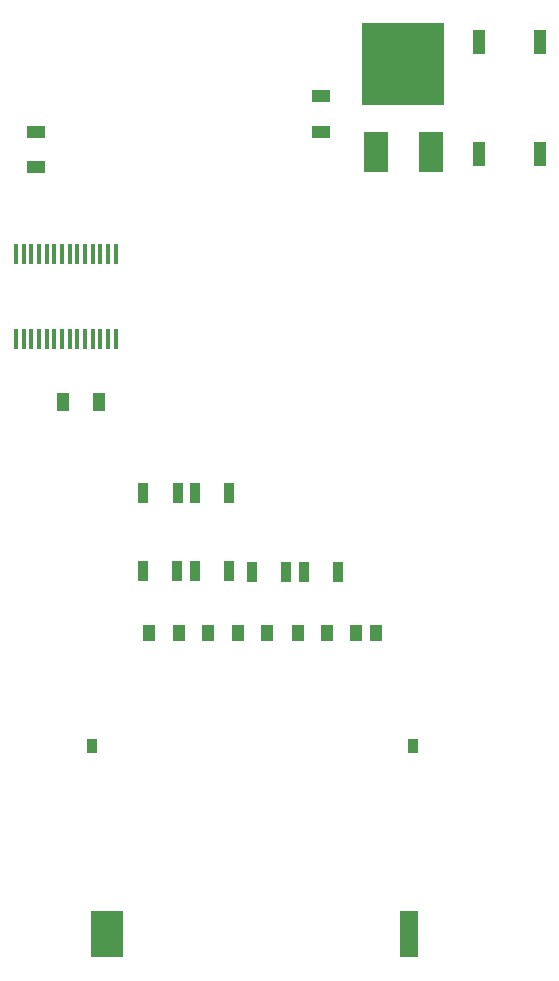
<source format=gbr>
G04 #@! TF.GenerationSoftware,KiCad,Pcbnew,(5.0.2)-1*
G04 #@! TF.CreationDate,2019-02-21T19:34:53+01:00*
G04 #@! TF.ProjectId,plyta_glowna,706c7974-615f-4676-9c6f-776e612e6b69,rev?*
G04 #@! TF.SameCoordinates,Original*
G04 #@! TF.FileFunction,Paste,Bot*
G04 #@! TF.FilePolarity,Positive*
%FSLAX46Y46*%
G04 Gerber Fmt 4.6, Leading zero omitted, Abs format (unit mm)*
G04 Created by KiCad (PCBNEW (5.0.2)-1) date 2019-02-21 19:34:53*
%MOMM*%
%LPD*%
G01*
G04 APERTURE LIST*
%ADD10R,1.100000X1.400000*%
%ADD11R,2.800000X4.000000*%
%ADD12R,1.500000X4.000000*%
%ADD13R,0.900000X1.200000*%
%ADD14R,1.600000X1.000000*%
%ADD15R,1.000000X1.600000*%
%ADD16R,1.000000X2.000000*%
%ADD17R,7.000000X7.000000*%
%ADD18R,2.000000X3.500000*%
%ADD19R,0.450000X1.750000*%
%ADD20R,0.900000X1.700000*%
G04 APERTURE END LIST*
D10*
G04 #@! TO.C,J4*
X116748000Y-117602000D03*
X119248000Y-117602000D03*
X121748000Y-117602000D03*
X124248000Y-117602000D03*
X126818000Y-117602000D03*
X129318000Y-117602000D03*
X131748000Y-117602000D03*
X133448000Y-117602000D03*
X114248000Y-117602000D03*
D11*
X110698000Y-143102000D03*
D12*
X136198000Y-143102000D03*
D13*
X136598000Y-127202000D03*
X109398000Y-127202000D03*
G04 #@! TD*
D14*
G04 #@! TO.C,C2*
X128778000Y-75184000D03*
X128778000Y-72184000D03*
G04 #@! TD*
D15*
G04 #@! TO.C,C5*
X109958000Y-98044000D03*
X106958000Y-98044000D03*
G04 #@! TD*
D14*
G04 #@! TO.C,C6*
X104648000Y-78184000D03*
X104648000Y-75184000D03*
G04 #@! TD*
D16*
G04 #@! TO.C,D2*
X147323320Y-77050240D03*
X142123320Y-77050240D03*
X147323320Y-67550240D03*
X142123320Y-67550240D03*
G04 #@! TD*
D17*
G04 #@! TO.C,U1*
X135763000Y-69469000D03*
D18*
X133483000Y-76869000D03*
X138063000Y-76869000D03*
G04 #@! TD*
D19*
G04 #@! TO.C,U3*
X111413000Y-85554000D03*
X110763000Y-85554000D03*
X110113000Y-85554000D03*
X109463000Y-85554000D03*
X108813000Y-85554000D03*
X108163000Y-85554000D03*
X107513000Y-85554000D03*
X106863000Y-85554000D03*
X106213000Y-85554000D03*
X105563000Y-85554000D03*
X104913000Y-85554000D03*
X104263000Y-85554000D03*
X103613000Y-85554000D03*
X102963000Y-85554000D03*
X102963000Y-92754000D03*
X103613000Y-92754000D03*
X104263000Y-92754000D03*
X104913000Y-92754000D03*
X105563000Y-92754000D03*
X106213000Y-92754000D03*
X106863000Y-92754000D03*
X107513000Y-92754000D03*
X108163000Y-92754000D03*
X108813000Y-92754000D03*
X109463000Y-92754000D03*
X110113000Y-92754000D03*
X110763000Y-92754000D03*
X111413000Y-92754000D03*
G04 #@! TD*
D20*
G04 #@! TO.C,10k1*
X118131000Y-105791000D03*
X121031000Y-105791000D03*
G04 #@! TD*
G04 #@! TO.C,10k2*
X118110000Y-112395000D03*
X121010000Y-112395000D03*
G04 #@! TD*
G04 #@! TO.C,10k3*
X127328000Y-112415994D03*
X130228000Y-112415994D03*
G04 #@! TD*
G04 #@! TO.C,5k1*
X125857000Y-112415994D03*
X122957000Y-112415994D03*
G04 #@! TD*
G04 #@! TO.C,5k2*
X116639000Y-105791000D03*
X113739000Y-105791000D03*
G04 #@! TD*
G04 #@! TO.C,5k3*
X116586000Y-112395000D03*
X113686000Y-112395000D03*
G04 #@! TD*
M02*

</source>
